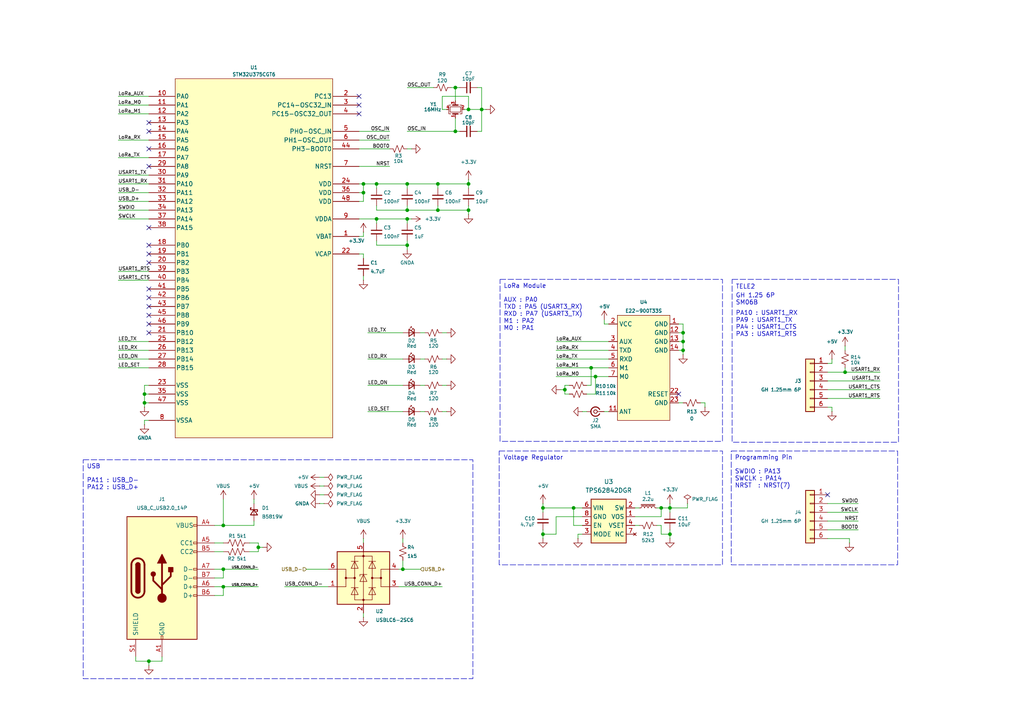
<source format=kicad_sch>
(kicad_sch (version 20250114) (generator "eeschema") (generator_version "9.0")
  (paper "A4")
  (title_block (title "LoRa TM (900MHz)") (date "2025-06-13") (rev "v1.0") (company "NARAE") (comment 1 "INHA Univ. Areo-modelling Club") (comment 2 "2025 UAV Project"))
  (lib_symbols
    (symbol "+5V_1" (power) (pin_numbers (hide yes)) (pin_names (offset 0) (hide yes))
      (property "Value" "+5V" (at 0 3.556 0))
      (symbol "+5V_1_1_1"
        (pin power_in line (at 0 0 90) (length 0) (name "~") (number "1"))
      )
    )
    (symbol "Connector:Conn_Coaxial_Small" (pin_numbers (hide yes)) (pin_names (offset 1.016) (hide yes))
      (property "Reference" "J" (at 0.254 3.048 0))
      (property "Value" "Conn_Coaxial_Small" (at 0 -3.81 0))
      (symbol "Conn_Coaxial_Small_1_1"
        (pin passive line (at -2.54 0 0) (length 1.27) (name "In") (number "1"))
        (pin passive line (at 2.54 0 180) (length 1.27) (name "Ext") (number "2"))
      )
    )
    (symbol "Connector:USB_C_Receptacle_USB2.0_14P" (pin_names (offset 1.016))
      (property "Reference" "J3" (at 0 22.86 0))
      (property "Value" "USB_C_USB2.0_14P" (at 0 20.32 0))
      (symbol "USB_C_Receptacle_USB2.0_14P_1_1"
        (pin power_in line (at -7.62 -22.86 90) (length 5.08) (name "SHIELD") (number "S1"))
        (pin power_in line (at 0 -22.86 90) (length 5.08) (name "GND") (number "A1"))
        (pin power_in line (at 0 -22.86 90) (length 5.08) (hide yes) (name "GND") (number "A12"))
        (pin power_in line (at 0 -22.86 90) (length 5.08) (hide yes) (name "GND") (number "B1"))
        (pin power_in line (at 0 -22.86 90) (length 5.08) (hide yes) (name "GND") (number "B12"))
        (pin passive line (at 15.24 15.24 180) (length 5.08) (name "VBUS") (number "A4"))
        (pin passive line (at 15.24 15.24 180) (length 5.08) (hide yes) (name "VBUS") (number "A9"))
        (pin passive line (at 15.24 15.24 180) (length 5.08) (hide yes) (name "VBUS") (number "B4"))
        (pin passive line (at 15.24 15.24 180) (length 5.08) (hide yes) (name "VBUS") (number "B9"))
        (pin bidirectional line (at 15.24 10.16 180) (length 5.08) (name "CC1") (number "A5"))
        (pin bidirectional line (at 15.24 7.62 180) (length 5.08) (name "CC2") (number "B5"))
        (pin bidirectional line (at 15.24 2.54 180) (length 5.08) (name "D-") (number "A7"))
        (pin bidirectional line (at 15.24 0 180) (length 5.08) (name "D-") (number "B7"))
        (pin bidirectional line (at 15.24 -2.54 180) (length 5.08) (name "D+") (number "A6"))
        (pin bidirectional line (at 15.24 -5.08 180) (length 5.08) (name "D+") (number "B6"))
      )
    )
    (symbol "Connector_Generic:Conn_01x06" (pin_names (offset 1.016) (hide yes))
      (property "Reference" "J" (at 0 7.62 0))
      (property "Value" "Conn_01x06" (at 0 -10.16 0))
      (symbol "Conn_01x06_1_1"
        (pin passive line (at -5.08 5.08 0) (length 3.81) (name "Pin_1") (number "1"))
        (pin passive line (at -5.08 2.54 0) (length 3.81) (name "Pin_2") (number "2"))
        (pin passive line (at -5.08 0 0) (length 3.81) (name "Pin_3") (number "3"))
        (pin passive line (at -5.08 -2.54 0) (length 3.81) (name "Pin_4") (number "4"))
        (pin passive line (at -5.08 -5.08 0) (length 3.81) (name "Pin_5") (number "5"))
        (pin passive line (at -5.08 -7.62 0) (length 3.81) (name "Pin_6") (number "6"))
      )
    )
    (symbol "Device:C_Small" (pin_numbers (hide yes)) (pin_names (offset 0.254) (hide yes))
      (property "Reference" "C" (at 0.254 1.778 0))
      (property "Value" "C_Small" (at 0.254 -2.032 0))
      (symbol "C_Small_1_1"
        (pin passive line (at 0 2.54 270) (length 2.032) (name "~") (number "1"))
        (pin passive line (at 0 -2.54 90) (length 2.032) (name "~") (number "2"))
      )
    )
    (symbol "Device:Crystal_GND24_Small" (pin_names (offset 1.016) (hide yes))
      (property "Reference" "Y" (at 1.27 4.445 0))
      (property "Value" "Crystal_GND24_Small" (at 1.27 2.54 0))
      (symbol "Crystal_GND24_Small_1_1"
        (pin passive line (at -2.54 0 0) (length 1.27) (name "1") (number "1"))
        (pin passive line (at 0 2.54 270) (length 0.635) (name "4") (number "4"))
        (pin passive line (at 0 -2.54 90) (length 0.635) (name "2") (number "2"))
        (pin passive line (at 2.54 0 180) (length 1.27) (name "3") (number "3"))
      )
    )
    (symbol "Device:D_Schottky_Small" (pin_numbers (hide yes)) (pin_names (offset 0.254) (hide yes))
      (property "Reference" "D" (at -1.27 2.032 0))
      (property "Value" "D_Schottky_Small" (at -7.112 -2.032 0))
      (symbol "D_Schottky_Small_1_1"
        (pin passive line (at -2.54 0 0) (length 1.778) (name "K") (number "1"))
        (pin passive line (at 2.54 0 180) (length 1.778) (name "A") (number "2"))
      )
    )
    (symbol "Device:LED_Small" (pin_numbers (hide yes)) (pin_names (offset 0.254) (hide yes))
      (property "Reference" "D" (at -1.27 3.175 0))
      (property "Value" "LED_Small" (at -4.445 -2.54 0))
      (symbol "LED_Small_1_1"
        (pin passive line (at -2.54 0 0) (length 1.778) (name "K") (number "1"))
        (pin passive line (at 2.54 0 180) (length 1.778) (name "A") (number "2"))
      )
    )
    (symbol "Device:L_Iron_Small" (pin_numbers (hide yes)) (pin_names (offset 0.254) (hide yes))
      (property "Reference" "L" (at 1.27 1.016 0))
      (property "Value" "L_Iron_Small" (at 1.27 -1.27 0))
      (symbol "L_Iron_Small_1_1"
        (pin passive line (at 0 2.54 270) (length 0.508) (name "~") (number "1"))
        (pin passive line (at 0 -2.54 90) (length 0.508) (name "~") (number "2"))
      )
    )
    (symbol "Device:R_Small_US" (pin_numbers (hide yes)) (pin_names (offset 0.254) (hide yes))
      (property "Reference" "R" (at 0.762 0.508 0))
      (property "Value" "R_Small_US" (at 0.762 -1.016 0))
      (symbol "R_Small_US_1_1"
        (pin passive line (at 0 2.54 270) (length 1.016) (name "~") (number "1"))
        (pin passive line (at 0 -2.54 90) (length 1.016) (name "~") (number "2"))
      )
    )
    (symbol "Device:R_US" (pin_numbers (hide yes)) (pin_names (offset 0))
      (property "Reference" "R" (at 2.54 0 90))
      (property "Value" "R_US" (at -2.54 0 90))
      (symbol "R_US_1_1"
        (pin passive line (at 0 3.81 270) (length 1.27) (name "~") (number "1"))
        (pin passive line (at 0 -3.81 90) (length 1.27) (name "~") (number "2"))
      )
    )
    (symbol "E32-XXXT33S:E22-900T33S"
      (property "Reference" "U" (at 0 18.542 0))
      (property "Value" "E22-900T33S" (at 0 16.51 0))
      (symbol "E22-900T33S_1_1"
        (pin power_in line (at -10.16 12.7 0) (length 2.54) (name "VCC") (number "2"))
        (pin bidirectional line (at -10.16 7.62 0) (length 2.54) (name "AUX") (number "3"))
        (pin bidirectional line (at -10.16 5.08 0) (length 2.54) (name "TXD") (number "4"))
        (pin bidirectional line (at -10.16 2.54 0) (length 2.54) (name "RXD") (number "5"))
        (pin bidirectional line (at -10.16 0 0) (length 2.54) (name "M1") (number "6"))
        (pin bidirectional line (at -10.16 -2.54 0) (length 2.54) (name "M0") (number "7"))
        (pin bidirectional line (at -10.16 -12.7 0) (length 2.54) (name "ANT") (number "11"))
        (pin power_in line (at 10.16 12.7 180) (length 2.54) (name "GND") (number "1"))
        (pin power_in line (at 10.16 10.16 180) (length 2.54) (name "GND") (number "12"))
        (pin power_in line (at 10.16 7.62 180) (length 2.54) (name "GND") (number "13"))
        (pin power_in line (at 10.16 5.08 180) (length 2.54) (name "GND") (number "14"))
        (pin no_connect line (at 10.16 2.54 180) (length 2.54) (hide yes) (name "NC") (number "18"))
        (pin no_connect line (at 10.16 0 180) (length 2.54) (hide yes) (name "NC") (number "19"))
        (pin no_connect line (at 10.16 -2.54 180) (length 2.54) (hide yes) (name "NC") (number "20"))
        (pin no_connect line (at 10.16 -5.08 180) (length 2.54) (hide yes) (name "NC") (number "21"))
        (pin bidirectional line (at 10.16 -7.62 180) (length 2.54) (name "RESET") (number "22"))
        (pin bidirectional line (at 10.16 -10.16 180) (length 2.54) (name "GND") (number "23"))
        (pin no_connect line (at 10.16 -12.7 180) (length 2.54) (hide yes) (name "NC") (number "24"))
      )
    )
    (symbol "GND_14" (power) (pin_numbers (hide yes)) (pin_names (offset 0) (hide yes))
      (property "Value" "GND" (at 0 -3.81 0))
      (symbol "GND_14_1_1"
        (pin power_in line (at 0 0 270) (length 0) (name "~") (number "1"))
      )
    )
    (symbol "GND_2" (power) (pin_numbers (hide yes)) (pin_names (offset 0) (hide yes))
      (property "Value" "GND" (at 0 -3.81 0))
      (symbol "GND_2_1_1"
        (pin power_in line (at 0 0 270) (length 0) (name "~") (number "1"))
      )
    )
    (symbol "GND_3" (power) (pin_numbers (hide yes)) (pin_names (offset 0) (hide yes))
      (property "Value" "GND" (at 0 -3.81 0))
      (symbol "GND_3_1_1"
        (pin power_in line (at 0 0 270) (length 0) (name "~") (number "1"))
      )
    )
    (symbol "GND_5" (power) (pin_numbers (hide yes)) (pin_names (offset 0) (hide yes))
      (property "Value" "GND" (at 0 -3.81 0))
      (symbol "GND_5_1_1"
        (pin power_in line (at 0 0 270) (length 0) (name "~") (number "1"))
      )
    )
    (symbol "Power_Protection:USBLC6-2SC6" (pin_names (hide yes))
      (property "Reference" "U" (at 2.54 8.89 0))
      (property "Value" "USBLC6-2SC6" (at 2.54 -8.89 0))
      (symbol "USBLC6-2SC6_1_1"
        (pin passive line (at -10.16 2.54 0) (length 2.54) (name "I/O1") (number "6"))
        (pin passive line (at -10.16 -2.54 0) (length 2.54) (name "I/O1") (number "1"))
        (pin passive line (at 0 10.16 270) (length 2.54) (name "VBUS") (number "5"))
        (pin passive line (at 0 -10.16 90) (length 2.54) (name "GND") (number "2"))
        (pin passive line (at 10.16 2.54 180) (length 2.54) (name "I/O2") (number "4"))
        (pin passive line (at 10.16 -2.54 180) (length 2.54) (name "I/O2") (number "3"))
      )
    )
    (symbol "STM32U375CGT6:STM32U375CGT6" (pin_names (offset 0.254))
      (property "Reference" "U" (at 0 55.88 0))
      (property "Value" "STM32U375CGT6" (at 0 53.34 0))
      (symbol "STM32U375CGT6_0_1"
        (pin bidirectional line (at -30.48 45.72 0) (length 7.62) (name "PA0") (number "10"))
        (pin bidirectional line (at -30.48 43.18 0) (length 7.62) (name "PA1") (number "11"))
        (pin bidirectional line (at -30.48 40.64 0) (length 7.62) (name "PA2") (number "12"))
        (pin bidirectional line (at -30.48 38.1 0) (length 7.62) (name "PA3") (number "13"))
        (pin bidirectional line (at -30.48 35.56 0) (length 7.62) (name "PA4") (number "14"))
        (pin bidirectional line (at -30.48 33.02 0) (length 7.62) (name "PA5") (number "15"))
        (pin bidirectional line (at -30.48 30.48 0) (length 7.62) (name "PA6") (number "16"))
        (pin bidirectional line (at -30.48 27.94 0) (length 7.62) (name "PA7") (number "17"))
        (pin bidirectional line (at -30.48 25.4 0) (length 7.62) (name "PA8") (number "29"))
        (pin bidirectional line (at -30.48 22.86 0) (length 7.62) (name "PA9") (number "30"))
        (pin bidirectional line (at -30.48 20.32 0) (length 7.62) (name "PA10") (number "31"))
        (pin bidirectional line (at -30.48 17.78 0) (length 7.62) (name "PA11") (number "32"))
        (pin bidirectional line (at -30.48 15.24 0) (length 7.62) (name "PA12") (number "33"))
        (pin bidirectional line (at -30.48 12.7 0) (length 7.62) (name "PA13") (number "34"))
        (pin bidirectional line (at -30.48 10.16 0) (length 7.62) (name "PA14") (number "37"))
        (pin bidirectional line (at -30.48 7.62 0) (length 7.62) (name "PA15") (number "38"))
        (pin bidirectional line (at -30.48 2.54 0) (length 7.62) (name "PB0") (number "18"))
        (pin bidirectional line (at -30.48 0 0) (length 7.62) (name "PB1") (number "19"))
        (pin bidirectional line (at -30.48 -2.54 0) (length 7.62) (name "PB2") (number "20"))
        (pin bidirectional line (at -30.48 -5.08 0) (length 7.62) (name "PB3") (number "39"))
        (pin bidirectional line (at -30.48 -7.62 0) (length 7.62) (name "PB4") (number "40"))
        (pin bidirectional line (at -30.48 -10.16 0) (length 7.62) (name "PB5") (number "41"))
        (pin bidirectional line (at -30.48 -12.7 0) (length 7.62) (name "PB6") (number "42"))
        (pin bidirectional line (at -30.48 -15.24 0) (length 7.62) (name "PB7") (number "43"))
        (pin bidirectional line (at -30.48 -17.78 0) (length 7.62) (name "PB8") (number "45"))
        (pin bidirectional line (at -30.48 -20.32 0) (length 7.62) (name "PB9") (number "46"))
        (pin bidirectional line (at -30.48 -22.86 0) (length 7.62) (name "PB10") (number "21"))
        (pin bidirectional line (at -30.48 -25.4 0) (length 7.62) (name "PB12") (number "25"))
        (pin bidirectional line (at -30.48 -27.94 0) (length 7.62) (name "PB13") (number "26"))
        (pin bidirectional line (at -30.48 -30.48 0) (length 7.62) (name "PB14") (number "27"))
        (pin bidirectional line (at -30.48 -33.02 0) (length 7.62) (name "PB15") (number "28"))
        (pin power_in line (at -30.48 -38.1 0) (length 7.62) (name "VSS") (number "23"))
        (pin power_in line (at -30.48 -40.64 0) (length 7.62) (name "VSS") (number "35"))
        (pin power_in line (at -30.48 -43.18 0) (length 7.62) (name "VSS") (number "47"))
        (pin power_in line (at -30.48 -48.26 0) (length 7.62) (name "VSSA") (number "8"))
        (pin bidirectional line (at 30.48 45.72 180) (length 7.62) (name "PC13") (number "2"))
        (pin bidirectional line (at 30.48 43.18 180) (length 7.62) (name "PC14-OSC32_IN") (number "3"))
        (pin bidirectional line (at 30.48 40.64 180) (length 7.62) (name "PC15-OSC32_OUT") (number "4"))
        (pin bidirectional line (at 30.48 35.56 180) (length 7.62) (name "PH0-OSC_IN") (number "5"))
        (pin bidirectional line (at 30.48 33.02 180) (length 7.62) (name "PH1-OSC_OUT") (number "6"))
        (pin bidirectional line (at 30.48 30.48 180) (length 7.62) (name "PH3-BOOT0") (number "44"))
        (pin bidirectional line (at 30.48 25.4 180) (length 7.62) (name "NRST") (number "7"))
        (pin power_in line (at 30.48 20.32 180) (length 7.62) (name "VDD") (number "24"))
        (pin power_in line (at 30.48 17.78 180) (length 7.62) (name "VDD") (number "36"))
        (pin power_in line (at 30.48 15.24 180) (length 7.62) (name "VDD") (number "48"))
        (pin power_in line (at 30.48 10.16 180) (length 7.62) (name "VDDA") (number "9"))
        (pin power_in line (at 30.48 5.08 180) (length 7.62) (name "VBAT") (number "1"))
      )
      (symbol "STM32U375CGT6_1_1"
        (pin bidirectional line (at 30.48 0 180) (length 7.62) (name "VCAP") (number "22"))
      )
    )
    (symbol "TPS62840:TPS62842DGR"
      (property "Reference" "U" (at 0 9.652 0))
      (property "Value" "TPS62842DGR" (at 0.254 7.62 0))
      (symbol "TPS62842DGR_1_1"
        (pin power_in line (at -7.62 3.81 0) (length 2.54) (name "VIN") (number "6"))
        (pin power_in line (at -7.62 1.27 0) (length 2.54) (name "GND") (number "8"))
        (pin input line (at -7.62 -1.27 0) (length 2.54) (name "EN") (number "5"))
        (pin input line (at -7.62 -3.81 0) (length 2.54) (name "MODE") (number "3"))
        (pin open_collector line (at 7.62 3.81 180) (length 2.54) (name "SW") (number "2"))
        (pin input line (at 7.62 1.27 180) (length 2.54) (name "VOS") (number "1"))
        (pin input line (at 7.62 -1.27 180) (length 2.54) (name "VSET") (number "4"))
        (pin no_connect line (at 7.62 -3.81 180) (length 2.54) (name "NC") (number "7"))
      )
    )
    (symbol "VBUS_1" (power) (pin_numbers (hide yes)) (pin_names (offset 0) (hide yes))
      (property "Value" "VBUS" (at 0 3.556 0))
      (symbol "VBUS_1_1_1"
        (pin power_in line (at 0 0 90) (length 0) (name "~") (number "1"))
      )
    )
    (symbol "power:+3.3V" (power) (pin_numbers (hide yes)) (pin_names (offset 0) (hide yes))
      (property "Value" "+3.3V" (at 0 3.556 0))
      (symbol "+3.3V_1_1"
        (pin power_in line (at 0 0 90) (length 0) (name "~") (number "1"))
      )
    )
    (symbol "power:+5V" (power) (pin_numbers (hide yes)) (pin_names (offset 0) (hide yes))
      (property "Value" "+5V" (at 0 3.556 0))
      (symbol "+5V_1_1"
        (pin power_in line (at 0 0 90) (length 0) (name "~") (number "1"))
      )
    )
    (symbol "power:GND" (power) (pin_numbers (hide yes)) (pin_names (offset 0) (hide yes))
      (property "Value" "GND" (at 0 -3.81 0))
      (symbol "GND_1_1"
        (pin power_in line (at 0 0 270) (length 0) (name "~") (number "1"))
      )
    )
    (symbol "power:GNDA" (power) (pin_numbers (hide yes)) (pin_names (offset 0) (hide yes))
      (property "Value" "GNDA" (at 0 -3.81 0))
      (symbol "GNDA_1_1"
        (pin power_in line (at 0 0 270) (length 0) (name "~") (number "1"))
      )
    )
    (symbol "power:PWR_FLAG" (power) (pin_numbers (hide yes)) (pin_names (offset 0) (hide yes))
      (property "Value" "PWR_FLAG" (at 0 3.81 0))
      (symbol "PWR_FLAG_0_0"
        (pin power_out line (at 0 0 90) (length 0) (name "~") (number "1"))
      )
    )
    (symbol "power:VBUS" (power) (pin_numbers (hide yes)) (pin_names (offset 0) (hide yes))
      (property "Value" "VBUS" (at 0 3.556 0))
      (symbol "VBUS_1_1"
        (pin power_in line (at 0 0 90) (length 0) (name "~") (number "1"))
      )
    )
  )
  (rectangle (start 144.78 130.81) (end 209.55 163.83) (stroke (width 0) (type dash)))
  (rectangle (start 145.034 81.026) (end 209.55 128.016) (stroke (width 0) (type dash)))
  (rectangle (start 24.13 133.35) (end 137.16 196.85) (stroke (width 0) (type dash)))
  (rectangle (start 212.09 130.81) (end 260.35 163.83) (stroke (width 0) (type dash)))
  (rectangle (start 212.344 81.026) (end 260.604 128.27) (stroke (width 0) (type dash)))
  (text "TELE2" (at 213.36 82.55 0) (effects (font (size 1.27 1.27)) (justify left top)))
  (text "SWDIO : PA13\nSWCLK : PA14\nNRST  : NRST(7)" (at 213.106 136.144 0) (effects (font (size 1.27 1.27)) (justify left top)))
  (text "AUX : PA0\nTXD : PA5 (USART3_RX)\nRXD : PA7 (USART3_TX)\nM1 : PA2\nM0 : PA1" (at 146.05 86.36 0) (effects (font (size 1.27 1.27)) (justify left top)))
  (text "PA11 : USB_D-\nPA12 : USB_D+" (at 25.146 138.684 0) (effects (font (size 1.27 1.27)) (justify left top)))
  (text "Voltage Regulator" (at 146.05 133.604 0) (effects (font (size 1.27 1.27)) (justify left bottom)))
  (text "GH 1.25 6P\nSM06B" (at 213.36 85.09 0) (effects (font (size 1.27 1.27)) (justify left top)))
  (text "USB" (at 25.146 136.144 0) (effects (font (size 1.27 1.27)) (justify left bottom)))
  (text "PA10 : USART1_RX\nPA9 : USART1_TX\nPA4 : USART1_CTS\nPA3 : USART1_RTS" (at 213.36 90.17 0) (effects (font (size 1.27 1.27)) (justify left top)))
  (text "LoRa Module" (at 146.05 83.82 0) (effects (font (size 1.27 1.27)) (justify left bottom)))
  (text "Programming Pin" (at 213.106 133.604 0) (effects (font (size 1.27 1.27)) (justify left bottom)))
  (junction (at 132.08 25.4))
  (junction (at 172.72 109.22))
  (junction (at 198.12 99.06))
  (junction (at 139.7 31.75))
  (junction (at 74.93 158.75))
  (junction (at 132.08 38.1))
  (junction (at 41.91 116.84))
  (junction (at 109.22 53.34))
  (junction (at 245.11 107.95))
  (junction (at 64.77 170.18))
  (junction (at 105.41 53.34))
  (junction (at 135.89 60.96))
  (junction (at 198.12 96.52))
  (junction (at 118.11 60.96))
  (junction (at 163.83 113.03))
  (junction (at 127 60.96))
  (junction (at 116.84 165.1))
  (junction (at 171.45 106.68))
  (junction (at 41.91 114.3))
  (junction (at 135.89 31.75))
  (junction (at 109.22 63.5))
  (junction (at 105.41 55.88))
  (junction (at 157.48 154.94))
  (junction (at 127 53.34))
  (junction (at 191.77 147.32))
  (junction (at 198.12 101.6))
  (junction (at 135.89 53.34))
  (junction (at 43.18 191.77))
  (junction (at 157.48 147.32))
  (junction (at 118.11 71.12))
  (junction (at 64.77 165.1))
  (junction (at 194.31 154.94))
  (junction (at 64.77 152.4))
  (junction (at 166.37 147.32))
  (junction (at 194.31 147.32))
  (junction (at 118.11 53.34))
  (junction (at 118.11 63.5))
  (no_connect (at 104.14 30.48))
  (no_connect (at 43.18 35.56))
  (no_connect (at 43.18 88.9))
  (no_connect (at 43.18 93.98))
  (no_connect (at 43.18 96.52))
  (no_connect (at 43.18 48.26))
  (no_connect (at 43.18 43.18))
  (no_connect (at 43.18 76.2))
  (no_connect (at 104.14 27.94))
  (no_connect (at 196.85 114.3))
  (no_connect (at 43.18 38.1))
  (no_connect (at 43.18 86.36))
  (no_connect (at 43.18 73.66))
  (no_connect (at 43.18 71.12))
  (no_connect (at 104.14 33.02))
  (no_connect (at 43.18 91.44))
  (no_connect (at 240.03 143.51))
  (no_connect (at 43.18 66.04))
  (no_connect (at 43.18 83.82))
  (wire (pts (xy 184.15 149.86) (xy 191.77 149.86)))
  (wire (pts (xy 168.91 119.38) (xy 170.18 119.38)))
  (wire (pts (xy 198.12 101.6) (xy 198.12 102.87)))
  (wire (pts (xy 191.77 149.86) (xy 191.77 147.32)))
  (wire (pts (xy 196.85 93.98) (xy 198.12 93.98)))
  (wire (pts (xy 132.08 25.4) (xy 133.35 25.4)))
  (wire (pts (xy 245.11 107.95) (xy 240.03 107.95)))
  (wire (pts (xy 190.5 147.32) (xy 191.77 147.32)))
  (wire (pts (xy 43.18 121.92) (xy 41.91 121.92)))
  (wire (pts (xy 105.41 80.01) (xy 105.41 81.28)))
  (wire (pts (xy 62.23 172.72) (xy 64.77 172.72)))
  (wire (pts (xy 157.48 147.32) (xy 157.48 148.59)))
  (wire (pts (xy 157.48 147.32) (xy 166.37 147.32)))
  (wire (pts (xy 240.03 113.03) (xy 255.27 113.03)))
  (wire (pts (xy 43.18 53.34) (xy 34.29 53.34)))
  (wire (pts (xy 92.71 140.97) (xy 93.98 140.97)))
  (wire (pts (xy 132.08 38.1) (xy 132.08 34.29)))
  (wire (pts (xy 72.39 160.02) (xy 74.93 160.02)))
  (wire (pts (xy 41.91 116.84) (xy 41.91 118.11)))
  (wire (pts (xy 128.27 27.94) (xy 135.89 27.94)))
  (wire (pts (xy 116.84 165.1) (xy 115.57 165.1)))
  (wire (pts (xy 167.64 154.94) (xy 168.91 154.94)))
  (wire (pts (xy 82.55 170.18) (xy 95.25 170.18)))
  (wire (pts (xy 240.03 115.57) (xy 255.27 115.57)))
  (wire (pts (xy 109.22 63.5) (xy 109.22 64.77)))
  (wire (pts (xy 62.23 170.18) (xy 64.77 170.18)))
  (wire (pts (xy 138.43 38.1) (xy 139.7 38.1)))
  (wire (pts (xy 127 60.96) (xy 118.11 60.96)))
  (wire (pts (xy 163.83 114.3) (xy 165.1 114.3)))
  (wire (pts (xy 194.31 147.32) (xy 199.39 147.32)))
  (wire (pts (xy 204.47 118.11) (xy 204.47 116.84)))
  (wire (pts (xy 196.85 96.52) (xy 198.12 96.52)))
  (wire (pts (xy 163.83 113.03) (xy 163.83 114.3)))
  (wire (pts (xy 138.43 25.4) (xy 139.7 25.4)))
  (wire (pts (xy 172.72 114.3) (xy 172.72 109.22)))
  (wire (pts (xy 161.29 154.94) (xy 161.29 149.86)))
  (wire (pts (xy 43.18 55.88) (xy 34.29 55.88)))
  (wire (pts (xy 106.68 111.76) (xy 116.84 111.76)))
  (wire (pts (xy 46.99 190.5) (xy 46.99 191.77)))
  (wire (pts (xy 43.18 78.74) (xy 34.29 78.74)))
  (wire (pts (xy 245.11 107.95) (xy 255.27 107.95)))
  (wire (pts (xy 184.15 152.4) (xy 185.42 152.4)))
  (wire (pts (xy 118.11 60.96) (xy 109.22 60.96)))
  (wire (pts (xy 246.38 156.21) (xy 246.38 157.48)))
  (wire (pts (xy 194.31 147.32) (xy 194.31 148.59)))
  (wire (pts (xy 43.18 104.14) (xy 34.29 104.14)))
  (wire (pts (xy 245.11 100.33) (xy 245.11 101.6)))
  (wire (pts (xy 116.84 165.1) (xy 121.92 165.1)))
  (wire (pts (xy 116.84 162.56) (xy 116.84 165.1)))
  (wire (pts (xy 135.89 54.61) (xy 135.89 53.34)))
  (wire (pts (xy 118.11 63.5) (xy 118.11 64.77)))
  (wire (pts (xy 196.85 101.6) (xy 198.12 101.6)))
  (wire (pts (xy 118.11 69.85) (xy 118.11 71.12)))
  (wire (pts (xy 64.77 165.1) (xy 74.93 165.1)))
  (wire (pts (xy 191.77 147.32) (xy 194.31 147.32)))
  (wire (pts (xy 199.39 146.05) (xy 199.39 147.32)))
  (wire (pts (xy 62.23 157.48) (xy 64.77 157.48)))
  (wire (pts (xy 62.23 165.1) (xy 64.77 165.1)))
  (wire (pts (xy 105.41 67.31) (xy 105.41 68.58)))
  (wire (pts (xy 92.71 146.05) (xy 93.98 146.05)))
  (wire (pts (xy 43.18 58.42) (xy 34.29 58.42)))
  (wire (pts (xy 41.91 114.3) (xy 43.18 114.3)))
  (wire (pts (xy 248.92 148.59) (xy 240.03 148.59)))
  (wire (pts (xy 72.39 157.48) (xy 74.93 157.48)))
  (wire (pts (xy 194.31 146.05) (xy 194.31 147.32)))
  (wire (pts (xy 245.11 106.68) (xy 245.11 107.95)))
  (wire (pts (xy 190.5 152.4) (xy 191.77 152.4)))
  (wire (pts (xy 198.12 96.52) (xy 198.12 93.98)))
  (wire (pts (xy 92.71 143.51) (xy 93.98 143.51)))
  (wire (pts (xy 128.27 96.52) (xy 129.54 96.52)))
  (wire (pts (xy 198.12 101.6) (xy 198.12 99.06)))
  (wire (pts (xy 175.26 119.38) (xy 176.53 119.38)))
  (wire (pts (xy 73.66 151.13) (xy 73.66 152.4)))
  (wire (pts (xy 118.11 63.5) (xy 119.38 63.5)))
  (wire (pts (xy 161.29 104.14) (xy 176.53 104.14)))
  (wire (pts (xy 109.22 71.12) (xy 118.11 71.12)))
  (wire (pts (xy 248.92 151.13) (xy 240.03 151.13)))
  (wire (pts (xy 240.03 105.41) (xy 241.3 105.41)))
  (wire (pts (xy 73.66 144.78) (xy 73.66 146.05)))
  (wire (pts (xy 43.18 191.77) (xy 46.99 191.77)))
  (wire (pts (xy 128.27 119.38) (xy 129.54 119.38)))
  (wire (pts (xy 161.29 101.6) (xy 176.53 101.6)))
  (wire (pts (xy 88.9 165.1) (xy 95.25 165.1)))
  (wire (pts (xy 43.18 106.68) (xy 34.29 106.68)))
  (wire (pts (xy 116.84 156.21) (xy 116.84 157.48)))
  (wire (pts (xy 41.91 121.92) (xy 41.91 123.19)))
  (wire (pts (xy 157.48 154.94) (xy 157.48 156.21)))
  (wire (pts (xy 175.26 93.98) (xy 176.53 93.98)))
  (wire (pts (xy 139.7 31.75) (xy 140.97 31.75)))
  (wire (pts (xy 118.11 59.69) (xy 118.11 60.96)))
  (wire (pts (xy 198.12 99.06) (xy 198.12 96.52)))
  (wire (pts (xy 161.29 99.06) (xy 176.53 99.06)))
  (wire (pts (xy 135.89 60.96) (xy 127 60.96)))
  (wire (pts (xy 130.81 25.4) (xy 132.08 25.4)))
  (wire (pts (xy 118.11 43.18) (xy 119.38 43.18)))
  (wire (pts (xy 104.14 68.58) (xy 105.41 68.58)))
  (wire (pts (xy 175.26 92.71) (xy 175.26 93.98)))
  (wire (pts (xy 64.77 165.1) (xy 64.77 167.64)))
  (wire (pts (xy 241.3 104.14) (xy 241.3 105.41)))
  (wire (pts (xy 118.11 53.34) (xy 118.11 54.61)))
  (wire (pts (xy 92.71 138.43) (xy 93.98 138.43)))
  (wire (pts (xy 105.41 55.88) (xy 105.41 53.34)))
  (wire (pts (xy 128.27 170.18) (xy 115.57 170.18)))
  (wire (pts (xy 64.77 144.78) (xy 64.77 152.4)))
  (wire (pts (xy 162.56 113.03) (xy 163.83 113.03)))
  (wire (pts (xy 121.92 111.76) (xy 123.19 111.76)))
  (wire (pts (xy 41.91 114.3) (xy 41.91 116.84)))
  (wire (pts (xy 166.37 147.32) (xy 168.91 147.32)))
  (wire (pts (xy 128.27 104.14) (xy 129.54 104.14)))
  (wire (pts (xy 161.29 149.86) (xy 168.91 149.86)))
  (wire (pts (xy 161.29 109.22) (xy 172.72 109.22)))
  (wire (pts (xy 157.48 154.94) (xy 161.29 154.94)))
  (wire (pts (xy 43.18 50.8) (xy 34.29 50.8)))
  (wire (pts (xy 118.11 71.12) (xy 118.11 72.39)))
  (wire (pts (xy 109.22 53.34) (xy 118.11 53.34)))
  (wire (pts (xy 134.62 31.75) (xy 135.89 31.75)))
  (wire (pts (xy 43.18 40.64) (xy 34.29 40.64)))
  (wire (pts (xy 127 53.34) (xy 127 54.61)))
  (wire (pts (xy 74.93 157.48) (xy 74.93 158.75)))
  (wire (pts (xy 62.23 167.64) (xy 64.77 167.64)))
  (wire (pts (xy 240.03 156.21) (xy 246.38 156.21)))
  (wire (pts (xy 139.7 38.1) (xy 139.7 31.75)))
  (wire (pts (xy 43.18 63.5) (xy 34.29 63.5)))
  (wire (pts (xy 194.31 153.67) (xy 194.31 154.94)))
  (wire (pts (xy 135.89 52.07) (xy 135.89 53.34)))
  (wire (pts (xy 118.11 53.34) (xy 127 53.34)))
  (wire (pts (xy 135.89 59.69) (xy 135.89 60.96)))
  (wire (pts (xy 104.14 55.88) (xy 105.41 55.88)))
  (wire (pts (xy 240.03 153.67) (xy 248.92 153.67)))
  (wire (pts (xy 170.18 111.76) (xy 171.45 111.76)))
  (wire (pts (xy 43.18 81.28) (xy 34.29 81.28)))
  (wire (pts (xy 43.18 111.76) (xy 41.91 111.76)))
  (wire (pts (xy 43.18 30.48) (xy 34.29 30.48)))
  (wire (pts (xy 39.37 190.5) (xy 39.37 191.77)))
  (wire (pts (xy 121.92 104.14) (xy 123.19 104.14)))
  (wire (pts (xy 194.31 154.94) (xy 194.31 156.21)))
  (wire (pts (xy 104.14 48.26) (xy 113.03 48.26)))
  (wire (pts (xy 171.45 106.68) (xy 176.53 106.68)))
  (wire (pts (xy 106.68 96.52) (xy 116.84 96.52)))
  (wire (pts (xy 135.89 60.96) (xy 135.89 62.23)))
  (wire (pts (xy 168.91 152.4) (xy 166.37 152.4)))
  (wire (pts (xy 43.18 60.96) (xy 34.29 60.96)))
  (wire (pts (xy 74.93 158.75) (xy 76.2 158.75)))
  (wire (pts (xy 118.11 38.1) (xy 132.08 38.1)))
  (wire (pts (xy 139.7 31.75) (xy 139.7 25.4)))
  (wire (pts (xy 104.14 53.34) (xy 105.41 53.34)))
  (wire (pts (xy 104.14 40.64) (xy 113.03 40.64)))
  (wire (pts (xy 240.03 118.11) (xy 241.3 118.11)))
  (wire (pts (xy 74.93 158.75) (xy 74.93 160.02)))
  (wire (pts (xy 41.91 116.84) (xy 43.18 116.84)))
  (wire (pts (xy 167.64 156.21) (xy 167.64 154.94)))
  (wire (pts (xy 104.14 73.66) (xy 105.41 73.66)))
  (wire (pts (xy 191.77 152.4) (xy 191.77 154.94)))
  (wire (pts (xy 62.23 152.4) (xy 64.77 152.4)))
  (wire (pts (xy 43.18 101.6) (xy 34.29 101.6)))
  (wire (pts (xy 62.23 160.02) (xy 64.77 160.02)))
  (wire (pts (xy 196.85 116.84) (xy 198.12 116.84)))
  (wire (pts (xy 41.91 111.76) (xy 41.91 114.3)))
  (wire (pts (xy 196.85 99.06) (xy 198.12 99.06)))
  (wire (pts (xy 127 59.69) (xy 127 60.96)))
  (wire (pts (xy 105.41 74.93) (xy 105.41 73.66)))
  (wire (pts (xy 64.77 170.18) (xy 74.93 170.18)))
  (wire (pts (xy 121.92 119.38) (xy 123.19 119.38)))
  (wire (pts (xy 184.15 147.32) (xy 185.42 147.32)))
  (wire (pts (xy 105.41 58.42) (xy 105.41 55.88)))
  (wire (pts (xy 132.08 38.1) (xy 133.35 38.1)))
  (wire (pts (xy 109.22 60.96) (xy 109.22 59.69)))
  (wire (pts (xy 39.37 191.77) (xy 43.18 191.77)))
  (wire (pts (xy 105.41 177.8) (xy 105.41 179.07)))
  (wire (pts (xy 171.45 111.76) (xy 171.45 106.68)))
  (wire (pts (xy 105.41 156.21) (xy 105.41 157.48)))
  (wire (pts (xy 166.37 147.32) (xy 166.37 152.4)))
  (wire (pts (xy 128.27 111.76) (xy 129.54 111.76)))
  (wire (pts (xy 157.48 153.67) (xy 157.48 154.94)))
  (wire (pts (xy 191.77 154.94) (xy 194.31 154.94)))
  (wire (pts (xy 118.11 25.4) (xy 125.73 25.4)))
  (wire (pts (xy 104.14 43.18) (xy 113.03 43.18)))
  (wire (pts (xy 104.14 58.42) (xy 105.41 58.42)))
  (wire (pts (xy 43.18 99.06) (xy 34.29 99.06)))
  (wire (pts (xy 121.92 96.52) (xy 123.19 96.52)))
  (wire (pts (xy 106.68 119.38) (xy 116.84 119.38)))
  (wire (pts (xy 128.27 31.75) (xy 129.54 31.75)))
  (wire (pts (xy 203.2 116.84) (xy 204.47 116.84)))
  (wire (pts (xy 127 53.34) (xy 135.89 53.34)))
  (wire (pts (xy 64.77 170.18) (xy 64.77 172.72)))
  (wire (pts (xy 157.48 146.05) (xy 157.48 147.32)))
  (wire (pts (xy 43.18 45.72) (xy 34.29 45.72)))
  (wire (pts (xy 104.14 38.1) (xy 113.03 38.1)))
  (wire (pts (xy 135.89 31.75) (xy 139.7 31.75)))
  (wire (pts (xy 135.89 27.94) (xy 135.89 31.75)))
  (wire (pts (xy 106.68 104.14) (xy 116.84 104.14)))
  (wire (pts (xy 163.83 111.76) (xy 163.83 113.03)))
  (wire (pts (xy 109.22 69.85) (xy 109.22 71.12)))
  (wire (pts (xy 109.22 63.5) (xy 118.11 63.5)))
  (wire (pts (xy 165.1 111.76) (xy 163.83 111.76)))
  (wire (pts (xy 241.3 118.11) (xy 241.3 119.38)))
  (wire (pts (xy 170.18 114.3) (xy 172.72 114.3)))
  (wire (pts (xy 43.18 33.02) (xy 34.29 33.02)))
  (wire (pts (xy 43.18 191.77) (xy 43.18 193.04)))
  (wire (pts (xy 172.72 109.22) (xy 176.53 109.22)))
  (wire (pts (xy 240.03 110.49) (xy 255.27 110.49)))
  (wire (pts (xy 104.14 63.5) (xy 109.22 63.5)))
  (wire (pts (xy 105.41 53.34) (xy 109.22 53.34)))
  (wire (pts (xy 248.92 146.05) (xy 240.03 146.05)))
  (wire (pts (xy 132.08 29.21) (xy 132.08 25.4)))
  (wire (pts (xy 128.27 31.75) (xy 128.27 27.94)))
  (wire (pts (xy 64.77 152.4) (xy 73.66 152.4)))
  (wire (pts (xy 109.22 53.34) (xy 109.22 54.61)))
  (wire (pts (xy 161.29 106.68) (xy 171.45 106.68)))
  (wire (pts (xy 43.18 27.94) (xy 34.29 27.94)))
  (label "BOOT0" (at 248.92 153.67 180) (effects (font (size 1 1))))
  (label "OSC_IN" (at 113.03 38.1 180) (effects (font (size 1 1))))
  (label "USB_CONN_D+" (at 128.27 170.18 180) (effects (font (size 1 1))))
  (label "USART1_RX" (at 34.29 53.34 0) (effects (font (size 1 1))))
  (label "LED_RX" (at 106.68 104.14 0) (effects (font (size 1 1))))
  (label "USART1_RX" (at 255.27 107.95 180) (effects (font (size 1 1))))
  (label "USART1_CTS" (at 255.27 113.03 180) (effects (font (size 1 1))))
  (label "USB_CONN_D-" (at 74.93 165.1 180) (effects (font (size 0.7 0.7))))
  (label "BOOT0" (at 113.03 43.18 180) (effects (font (size 1 1))))
  (label "SWDIO" (at 248.92 146.05 180) (effects (font (size 1 1))))
  (label "USB_CONN_D+" (at 74.93 170.18 180) (effects (font (size 0.7 0.7))))
  (label "USART1_TX" (at 34.29 50.8 0) (effects (font (size 1 1))))
  (label "LoRa_M1" (at 161.29 106.68 0) (effects (font (size 1 1))))
  (label "LoRa_RX" (at 34.29 40.64 0) (effects (font (size 1 1))))
  (label "USB_CONN_D-" (at 82.55 170.18 0) (effects (font (size 1 1))))
  (label "OSC_IN" (at 118.11 38.1 0) (effects (font (size 1 1))))
  (label "LoRa_AUX" (at 161.29 99.06 0) (effects (font (size 1 1))))
  (label "OSC_OUT" (at 113.03 40.64 180) (effects (font (size 1 1))))
  (label "LED_RX" (at 34.29 101.6 0) (effects (font (size 1 1))))
  (label "LoRa_RX" (at 161.29 101.6 0) (effects (font (size 1 1))))
  (label "NRST" (at 248.92 151.13 180) (effects (font (size 1 1))))
  (label "USART1_CTS" (at 34.29 81.28 0) (effects (font (size 1 1))))
  (label "SWCLK" (at 34.29 63.5 0) (effects (font (size 1 1))))
  (label "OSC_OUT" (at 118.11 25.4 0) (effects (font (size 1 1))))
  (label "LED_TX" (at 34.29 99.06 0) (effects (font (size 1 1))))
  (label "LoRa_M0" (at 34.29 30.48 0) (effects (font (size 1 1))))
  (label "SWDIO" (at 34.29 60.96 0) (effects (font (size 1 1))))
  (label "LoRa_TX" (at 161.29 104.14 0) (effects (font (size 1 1))))
  (label "USB_D+" (at 34.29 58.42 0) (effects (font (size 1 1))))
  (label "USB_D-" (at 34.29 55.88 0) (effects (font (size 1 1))))
  (label "SWCLK" (at 248.92 148.59 180) (effects (font (size 1 1))))
  (label "USART1_RTS" (at 34.29 78.74 0) (effects (font (size 1 1))))
  (label "NRST" (at 113.03 48.26 180) (effects (font (size 1 1))))
  (label "LED_ON" (at 106.68 111.76 0) (effects (font (size 1 1))))
  (label "LoRa_TX" (at 34.29 45.72 0) (effects (font (size 1 1))))
  (label "USART1_TX" (at 255.27 110.49 180) (effects (font (size 1 1))))
  (label "LED_SET" (at 34.29 106.68 0) (effects (font (size 1 1))))
  (label "LED_ON" (at 34.29 104.14 0) (effects (font (size 1 1))))
  (label "LED_SET" (at 106.68 119.38 0) (effects (font (size 1 1))))
  (label "LoRa_M1" (at 34.29 33.02 0) (effects (font (size 1 1))))
  (label "USART1_RTS" (at 255.27 115.57 180) (effects (font (size 1 1))))
  (label "LoRa_AUX" (at 34.29 27.94 0) (effects (font (size 1 1))))
  (label "LED_TX" (at 106.68 96.52 0) (effects (font (size 1 1))))
  (label "LoRa_M0" (at 161.29 109.22 0) (effects (font (size 1 1))))
  (hierarchical_label "USB_D+" (shape input) (at 121.92 165.1 0) (effects (font (size 1 1))))
  (hierarchical_label "USB_D-" (shape input) (at 88.9 165.1 180) (effects (font (size 1 1))))
  (symbol (lib_id "power:+3.3V") (at 194.31 146.05 0) (unit 1)
    (property "Reference" "#PWR032" (effects (hide yes)))
    (property "Value" "+3.3V" (at 194.31 141.986 0) (effects (font (size 1 1))))
    (property "Description" "Power symbol creates a global label with name \"+3.3V\"" (effects (hide yes)))
  )
  (symbol (lib_id "power:PWR_FLAG") (at 93.98 146.05 270) (unit 1)
    (property "Reference" "#FLG04" (effects (hide yes)))
    (property "Value" "PWR_FLAG" (at 101.346 146.05 90) (effects (font (size 1 1))))
    (property "Description" "Special symbol for telling ERC where power comes from" (effects (hide yes)))
  )
  (symbol (lib_id "power:GND") (at 198.12 102.87 0) (mirror y) (unit 1)
    (property "Reference" "#PWR034" (effects (hide yes)))
    (property "Value" "GND" (effects (hide yes)))
    (property "Description" "Power symbol creates a global label with name \"GND\" , ground" (effects (hide yes)))
  )
  (symbol (lib_id "Device:C_Small") (at 135.89 57.15 0) (unit 1)
    (property "Reference" "C9" (at 137.922 55.88 0) (effects (font (size 1 1)) (justify left)))
    (property "Value" "10uF" (at 137.922 58.42 0) (effects (font (size 1 1)) (justify left)))
    (property "Footprint" "Capacitor_SMD:C_0603_1608Metric" (effects (hide yes)))
    (property "LCSC" "C1525" (effects (hide yes)))
  )
  (symbol (lib_id "power:GND") (at 140.97 31.75 90) (unit 1)
    (property "Reference" "#PWR025" (effects (hide yes)))
    (property "Value" "GND" (effects (hide yes)))
    (property "Description" "Power symbol creates a global label with name \"GND\" , ground" (effects (hide yes)))
  )
  (symbol (lib_id "Device:C_Small") (at 118.11 67.31 0) (unit 1)
    (property "Reference" "C5" (at 120.142 66.04 0) (effects (font (size 1 1)) (justify left)))
    (property "Value" "1uF" (at 120.142 68.58 0) (effects (font (size 1 1)) (justify left)))
    (property "Footprint" "Capacitor_SMD:C_0603_1608Metric" (effects (hide yes)))
    (property "LCSC" "C1525" (effects (hide yes)))
  )
  (symbol (lib_id "power:GNDA") (at 92.71 146.05 270) (unit 1)
    (property "Reference" "#PWR010" (effects (hide yes)))
    (property "Value" "GNDA" (at 87.63 146.05 90) (effects (font (size 1 1))))
    (property "Description" "Power symbol creates a global label with name \"GNDA\" , analog ground" (effects (hide yes)))
  )
  (symbol (lib_id "power:+3.3V") (at 116.84 156.21 0) (unit 1)
    (property "Reference" "#PWR015" (effects (hide yes)))
    (property "Value" "+3.3V" (at 116.84 151.13 0) (effects (font (size 1 1))))
    (property "Description" "Power symbol creates a global label with name \"+3.3V\"" (effects (hide yes)))
  )
  (symbol (lib_name "GND_5") (lib_id "power:GND") (at 129.54 96.52 90) (mirror x) (unit 1)
    (property "Reference" "#PWR019" (effects (hide yes)))
    (property "Value" "GND" (effects (hide yes)))
    (property "Description" "Power symbol creates a global label with name \"GND\" , ground" (effects (hide yes)))
  )
  (symbol (lib_id "power:+3.3V") (at 105.41 67.31 0) (mirror y) (unit 1)
    (property "Reference" "#PWR011" (effects (hide yes)))
    (property "Value" "+3.3V" (at 103.378 69.85 0) (effects (font (size 1 1))))
    (property "Description" "Power symbol creates a global label with name \"+3.3V\"" (effects (hide yes)))
  )
  (symbol (lib_id "Device:R_Small_US") (at 200.66 116.84 270) (mirror x) (unit 1)
    (property "Reference" "R13" (at 200.66 119.38 90) (effects (font (size 1 1))))
    (property "Value" "0" (at 200.66 121.412 90) (effects (font (size 1 1))))
    (property "Footprint" "Resistor_SMD:R_0603_1608Metric" (effects (hide yes)))
    (property "Description" "Resistor, small US symbol" (effects (hide yes)))
    (property "LCSC" " C25079" (effects (hide yes)))
  )
  (symbol (lib_id "Device:R_Small_US") (at 187.96 152.4 270) (mirror x) (unit 1)
    (property "Reference" "R12" (at 187.96 154.94 90) (effects (font (size 1 1))))
    (property "Value" "52k3" (at 187.96 156.718 90) (effects (font (size 1 1))))
    (property "Footprint" "Resistor_SMD:R_0603_1608Metric" (effects (hide yes)))
    (property "Description" "Resistor, small US symbol" (effects (hide yes)))
    (property "LCSC" "C2998050" (effects (hide yes)))
  )
  (symbol (lib_id "power:GND") (at 41.91 118.11 0) (mirror y) (unit 1)
    (property "Reference" "#PWR01" (effects (hide yes)))
    (property "Value" "GND" (effects (hide yes)))
    (property "Description" "Power symbol creates a global label with name \"GND\" , ground" (effects (hide yes)))
  )
  (symbol (lib_id "Device:LED_Small") (at 119.38 111.76 0) (mirror y) (unit 1)
    (property "Reference" "D4" (at 119.38 114.046 0) (effects (font (size 1 1))))
    (property "Value" "Red" (at 119.38 115.57 0) (effects (font (size 1 1))))
    (property "Footprint" "LED_SMD:LED_0603_1608Metric" (effects (hide yes)))
    (property "LCSC" "C130719" (effects (hide yes)))
  )
  (symbol (lib_id "Connector_Generic:Conn_01x06") (at 234.95 110.49 0) (mirror y) (unit 1)
    (property "Reference" "J3" (at 232.41 110.49 0) (effects (font (size 1 1)) (justify left)))
    (property "Value" "GH 1.25mm 6P" (at 232.41 113.03 0) (effects (font (size 1 1)) (justify left)))
    (property "Footprint" "JST_GH:JST_GH_SM06B-GHS-TB_06x1.25mm_Angled" (effects (hide yes)))
    (property "Description" "Generic connector, single row, 01x06, script generated (kicad-library-utils/schlib/autogen/connector/)" (effects (hide yes)))
    (property "LCSC" "C133065" (effects (hide yes)))
  )
  (symbol (lib_id "Device:LED_Small") (at 119.38 104.14 0) (mirror y) (unit 1)
    (property "Reference" "D3" (at 119.38 106.426 0) (effects (font (size 1 1))))
    (property "Value" "Red" (at 119.38 107.95 0) (effects (font (size 1 1))))
    (property "Footprint" "LED_SMD:LED_0603_1608Metric" (effects (hide yes)))
    (property "LCSC" "C130719" (effects (hide yes)))
  )
  (symbol (lib_id "power:GND") (at 157.48 156.21 0) (unit 1)
    (property "Reference" "#PWR027" (effects (hide yes)))
    (property "Value" "GND" (effects (hide yes)))
    (property "Description" "Power symbol creates a global label with name \"GND\" , ground" (effects (hide yes)))
  )
  (symbol (lib_name "+5V_1") (lib_id "power:+5V") (at 175.26 92.71 0) (mirror y) (unit 1)
    (property "Reference" "#PWR031" (effects (hide yes)))
    (property "Value" "+5V" (at 175.26 88.9 0) (effects (font (size 1 1))))
    (property "Description" "Power symbol creates a global label with name \"+5V\"" (effects (hide yes)))
  )
  (symbol (lib_name "GND_5") (lib_id "power:GND") (at 129.54 111.76 90) (mirror x) (unit 1)
    (property "Reference" "#PWR021" (effects (hide yes)))
    (property "Value" "GND" (effects (hide yes)))
    (property "Description" "Power symbol creates a global label with name \"GND\" , ground" (effects (hide yes)))
  )
  (symbol (lib_id "Device:C_Small") (at 127 57.15 0) (unit 1)
    (property "Reference" "C6" (at 129.032 55.88 0) (effects (font (size 1 1)) (justify left)))
    (property "Value" "100nF" (at 129.032 58.42 0) (effects (font (size 1 1)) (justify left)))
    (property "Footprint" "Capacitor_SMD:C_0603_1608Metric" (effects (hide yes)))
    (property "LCSC" "C1525" (effects (hide yes)))
  )
  (symbol (lib_id "Power_Protection:USBLC6-2SC6") (at 105.41 167.64 0) (unit 1)
    (property "Reference" "U2" (at 108.966 177.292 0) (effects (font (size 1 1)) (justify left)))
    (property "Value" "USBLC6-2SC6" (at 108.966 179.832 0) (effects (font (size 1 1)) (justify left)))
    (property "Footprint" "Package_TO_SOT_SMD:SOT-23-6" (effects (hide yes)))
    (property "Datasheet" "https://www.st.com/resource/en/datasheet/usblc6-2.pdf" (effects (hide yes)))
    (property "LCSC" "C7519" (effects (hide yes)))
  )
  (symbol (lib_id "power:PWR_FLAG") (at 93.98 143.51 270) (unit 1)
    (property "Reference" "#FLG03" (effects (hide yes)))
    (property "Value" "PWR_FLAG" (at 101.346 143.51 90) (effects (font (size 1 1))))
    (property "Description" "Special symbol for telling ERC where power comes from" (effects (hide yes)))
  )
  (symbol (lib_id "power:GND") (at 168.91 119.38 270) (mirror x) (unit 1)
    (property "Reference" "#PWR030" (effects (hide yes)))
    (property "Value" "GND" (effects (hide yes)))
    (property "Description" "Power symbol creates a global label with name \"GND\" , ground" (effects (hide yes)))
  )
  (symbol (lib_id "E32-XXXT33S:E22-900T33S") (at 186.69 106.68 0) (unit 1)
    (property "Reference" "U4" (at 186.69 87.63 0) (effects (font (size 1 1))))
    (property "Value" "E22-900T33S" (at 186.69 90.17 0) (effects (font (size 1 1))))
    (property "Footprint" "E32-XXXT33S:E22-XXXT33S" (effects (hide yes)))
    (property "Datasheet" "kicad-embed://E22-900T33S_UserManual_EN_v1.4.pdf" (effects (hide yes)))
    (property "Description" "Ebyte E22-900T33S" (effects (hide yes)))
  )
  (symbol (lib_id "power:+5V") (at 157.48 146.05 0) (unit 1)
    (property "Reference" "#PWR026" (effects (hide yes)))
    (property "Value" "+5V" (at 157.48 140.97 0) (effects (font (size 1 1))))
    (property "Description" "Power symbol creates a global label with name \"+5V\"" (effects (hide yes)))
  )
  (symbol (lib_id "Device:C_Small") (at 105.41 77.47 0) (unit 1)
    (property "Reference" "C1" (at 107.442 76.2 0) (effects (font (size 1 1)) (justify left)))
    (property "Value" "4.7uF" (at 107.442 78.74 0) (effects (font (size 1 1)) (justify left)))
    (property "Footprint" "Capacitor_SMD:C_0603_1608Metric" (effects (hide yes)))
    (property "LCSC" "C1525" (effects (hide yes)))
  )
  (symbol (lib_id "Device:C_Small") (at 135.89 25.4 90) (unit 1)
    (property "Reference" "C7" (at 135.89 21.336 90) (effects (font (size 1 1))))
    (property "Value" "10pF" (at 135.89 22.86 90) (effects (font (size 1 1))))
    (property "Footprint" "Capacitor_SMD:C_0603_1608Metric" (effects (hide yes)))
    (property "LCSC" "C1545" (effects (hide yes)))
  )
  (symbol (lib_id "Device:R_Small_US") (at 125.73 96.52 90) (mirror x) (unit 1)
    (property "Reference" "R5" (at 125.73 98.806 90) (effects (font (size 1 1))))
    (property "Value" "120" (at 125.73 100.33 90) (effects (font (size 1 1))))
    (property "Footprint" "Resistor_SMD:R_0603_1608Metric" (effects (hide yes)))
    (property "Description" "Resistor, small US symbol" (effects (hide yes)))
    (property "LCSC" " C25079" (effects (hide yes)))
  )
  (symbol (lib_id "Device:C_Small") (at 157.48 151.13 0) (unit 1)
    (property "Reference" "C10" (at 155.194 150.368 0) (effects (font (size 1 1)) (justify right)))
    (property "Value" "4.7uF" (at 155.194 152.146 0) (effects (font (size 1 1)) (justify right)))
    (property "Footprint" "Capacitor_SMD:C_0603_1608Metric" (effects (hide yes)))
    (property "LCSC" "C307423" (effects (hide yes)))
  )
  (symbol (lib_name "GND_3") (lib_id "power:GND") (at 92.71 143.51 270) (unit 1)
    (property "Reference" "#PWR09" (effects (hide yes)))
    (property "Value" "GND" (effects (hide yes)))
    (property "Description" "Power symbol creates a global label with name \"GND\" , ground" (effects (hide yes)))
  )
  (symbol (lib_id "Device:C_Small") (at 109.22 67.31 0) (unit 1)
    (property "Reference" "C3" (at 111.252 66.04 0) (effects (font (size 1 1)) (justify left)))
    (property "Value" "100nF" (at 111.252 68.58 0) (effects (font (size 1 1)) (justify left)))
    (property "Footprint" "Capacitor_SMD:C_0603_1608Metric" (effects (hide yes)))
    (property "LCSC" "C1525" (effects (hide yes)))
  )
  (symbol (lib_id "Device:L_Iron_Small") (at 187.96 147.32 90) (unit 1)
    (property "Reference" "L1" (at 187.96 143.002 90) (effects (font (size 1 1))))
    (property "Value" "2.2u" (at 187.96 144.78 90) (effects (font (size 1 1))))
    (property "Footprint" "VLS201610ET-2R2M:VLS201610ET-2R2M" (effects (hide yes)))
    (property "Description" "Inductor with iron core, small symbol" (effects (hide yes)))
    (property "LCSC" "C114768" (effects (hide yes)))
  )
  (symbol (lib_id "Device:R_Small_US") (at 128.27 25.4 270) (unit 1)
    (property "Reference" "R9" (at 128.27 21.59 90) (effects (font (size 1 1))))
    (property "Value" "120" (at 128.27 23.368 90) (effects (font (size 1 1))))
    (property "Footprint" "Resistor_SMD:R_0603_1608Metric" (effects (hide yes)))
    (property "Description" "Resistor, small US symbol" (effects (hide yes)))
    (property "LCSC" " C25079" (effects (hide yes)))
  )
  (symbol (lib_id "Device:D_Schottky_Small") (at 73.66 148.59 90) (mirror x) (unit 1)
    (property "Reference" "D1" (at 75.946 147.32 90) (effects (font (size 1 1)) (justify right)))
    (property "Value" "B5819W" (at 75.946 149.86 90) (effects (font (size 1 1)) (justify right)))
    (property "Footprint" "Diode_SMD:D_SOD-323" (effects (hide yes)))
    (property "LCSC" "C22624" (effects (hide yes)))
  )
  (symbol (lib_id "power:PWR_FLAG") (at 93.98 138.43 270) (unit 1)
    (property "Reference" "#FLG01" (effects (hide yes)))
    (property "Value" "PWR_FLAG" (at 101.346 138.43 90) (effects (font (size 1 1))))
    (property "Description" "Special symbol for telling ERC where power comes from" (effects (hide yes)))
  )
  (symbol (lib_name "+5V_1") (lib_id "power:+5V") (at 92.71 138.43 90) (mirror x) (unit 1)
    (property "Reference" "#PWR07" (effects (hide yes)))
    (property "Value" "+5V" (at 87.884 138.43 90) (effects (font (size 1 1))))
    (property "Description" "Power symbol creates a global label with name \"+5V\"" (effects (hide yes)))
  )
  (symbol (lib_name "GND_5") (lib_id "power:GND") (at 129.54 119.38 90) (mirror x) (unit 1)
    (property "Reference" "#PWR022" (effects (hide yes)))
    (property "Value" "GND" (effects (hide yes)))
    (property "Description" "Power symbol creates a global label with name \"GND\" , ground" (effects (hide yes)))
  )
  (symbol (lib_id "power:GND") (at 135.89 62.23 0) (mirror y) (unit 1)
    (property "Reference" "#PWR024" (effects (hide yes)))
    (property "Value" "GND" (effects (hide yes)))
    (property "Description" "Power symbol creates a global label with name \"GND\" , ground" (effects (hide yes)))
  )
  (symbol (lib_id "power:GND") (at 204.47 118.11 0) (mirror y) (unit 1)
    (property "Reference" "#PWR035" (effects (hide yes)))
    (property "Value" "GND" (effects (hide yes)))
    (property "Description" "Power symbol creates a global label with name \"GND\" , ground" (effects (hide yes)))
  )
  (symbol (lib_id "TPS62840:TPS62842DGR") (at 176.53 151.13 0) (unit 1)
    (property "Reference" "U3" (at 176.53 139.7 0))
    (property "Value" "TPS62842DGR" (at 176.53 142.24 0))
    (property "Footprint" "Package_SO:HVSSOP-8-1EP_3x3mm_P0.65mm_EP1.57x1.89mm" (effects (hide yes)))
    (property "Datasheet" "https://www.ti.com/lit/ds/symlink/tps62840.pdf" (effects (hide yes)))
    (property "Description" "VIN 1.8-V to 6.5-V, VOUT 1.8 V, 2.0 V, 2.2 V, 2.4 V to 3.6 V in 100-mV steps, 750-mA, 60-nA IQ Step-Down Converter" (effects (hide yes)))
  )
  (symbol (lib_id "STM32U375CGT6:STM32U375CGT6") (at 73.66 73.66 0) (unit 1)
    (property "Reference" "U1" (at 73.66 19.558 0) (effects (font (size 1 1))))
    (property "Value" "STM32U375CGT6" (at 73.66 21.59 0) (effects (font (size 1 1))))
    (property "Footprint" "LQFP48_STM" (effects (hide yes)))
    (property "Datasheet" "STM32U375CGT6" (effects (hide yes)))
  )
  (symbol (lib_name "GND_3") (lib_id "power:GND") (at 43.18 193.04 0) (unit 1)
    (property "Reference" "#PWR03" (effects (hide yes)))
    (property "Value" "GND" (effects (hide yes)))
    (property "Description" "Power symbol creates a global label with name \"GND\" , ground" (effects (hide yes)))
  )
  (symbol (lib_id "Device:Crystal_GND24_Small") (at 132.08 31.75 90) (unit 1)
    (property "Reference" "Y1" (at 125.73 30.226 90) (effects (font (size 1 1))))
    (property "Value" "16MHz" (at 125.476 31.75 90) (effects (font (size 1 1))))
    (property "Footprint" "Crystal:Crystal_SMD_Abracon_ABM8G-4Pin_3.2x2.5mm" (effects (hide yes)))
    (property "LCSC" "C1985423" (effects (hide yes)))
  )
  (symbol (lib_id "Device:R_Small_US") (at 167.64 114.3 270) (mirror x) (unit 1)
    (property "Reference" "R11" (at 174.244 114.046 90) (effects (font (size 1 1))))
    (property "Value" "10k" (at 177.292 114.046 90) (effects (font (size 1 1))))
    (property "Footprint" "Resistor_SMD:R_0603_1608Metric" (effects (hide yes)))
    (property "Description" "Resistor, small US symbol" (effects (hide yes)))
    (property "LCSC" " C25079" (effects (hide yes)))
  )
  (symbol (lib_id "power:+3.3V") (at 119.38 63.5 270) (mirror x) (unit 1)
    (property "Reference" "#PWR018" (effects (hide yes)))
    (property "Value" "+3.3V" (at 123.19 63.5 90) (effects (font (size 1 1)) (justify left)))
    (property "Description" "Power symbol creates a global label with name \"+3.3V\"" (effects (hide yes)))
  )
  (symbol (lib_id "Device:R_Small_US") (at 245.11 104.14 0) (unit 1)
    (property "Reference" "R14" (at 246.634 103.632 0) (effects (font (size 1 1)) (justify left)))
    (property "Value" "10k" (at 246.634 105.156 0) (effects (font (size 1 1)) (justify left)))
    (property "Footprint" "Resistor_SMD:R_0603_1608Metric" (effects (hide yes)))
    (property "Description" "Resistor, small US symbol" (effects (hide yes)))
    (property "LCSC" "C25531" (effects (hide yes)))
  )
  (symbol (lib_id "Device:R_US") (at 68.58 160.02 90) (mirror x) (unit 1)
    (property "Reference" "R2" (at 67.056 162.052 90) (effects (font (size 1 1))))
    (property "Value" "5k1" (at 70.104 162.052 90) (effects (font (size 1 1))))
    (property "Footprint" "Resistor_SMD:R_0603_1608Metric" (effects (hide yes)))
    (property "Description" "Resistor, US symbol" (effects (hide yes)))
    (property "LCSC" "C25905" (effects (hide yes)))
  )
  (symbol (lib_id "Device:LED_Small") (at 119.38 96.52 0) (mirror y) (unit 1)
    (property "Reference" "D2" (at 119.38 98.806 0) (effects (font (size 1 1))))
    (property "Value" "Red" (at 119.38 100.33 0) (effects (font (size 1 1))))
    (property "Footprint" "LED_SMD:LED_0603_1608Metric" (effects (hide yes)))
    (property "LCSC" "C130719" (effects (hide yes)))
  )
  (symbol (lib_id "Connector:Conn_Coaxial_Small") (at 172.72 119.38 180) (unit 1)
    (property "Reference" "J2" (at 172.72 121.92 0) (effects (font (size 1 1))))
    (property "Value" "SMA" (at 172.72 123.698 0) (effects (font (size 1 1))))
    (property "Footprint" "Connector_Coaxial:SMA_Amphenol_132289_EdgeMount" (effects (hide yes)))
    (property "Description" "small coaxial connector (BNC, SMA, SMB, SMC, Cinch/RCA, LEMO, ...)" (effects (hide yes)))
  )
  (symbol (lib_name "VBUS_1") (lib_id "power:VBUS") (at 92.71 140.97 90) (unit 1)
    (property "Reference" "#PWR08" (effects (hide yes)))
    (property "Value" "VBUS" (at 87.376 140.97 90) (effects (font (size 1 1))))
    (property "Description" "Power symbol creates a global label with name \"VBUS\"" (effects (hide yes)))
  )
  (symbol (lib_id "power:GND") (at 119.38 43.18 90) (unit 1)
    (property "Reference" "#PWR017" (effects (hide yes)))
    (property "Value" "GND" (effects (hide yes)))
    (property "Description" "Power symbol creates a global label with name \"GND\" , ground" (effects (hide yes)))
  )
  (symbol (lib_id "Device:R_Small_US") (at 125.73 119.38 90) (mirror x) (unit 1)
    (property "Reference" "R8" (at 125.73 121.666 90) (effects (font (size 1 1))))
    (property "Value" "120" (at 125.73 123.19 90) (effects (font (size 1 1))))
    (property "Footprint" "Resistor_SMD:R_0603_1608Metric" (effects (hide yes)))
    (property "Description" "Resistor, small US symbol" (effects (hide yes)))
    (property "LCSC" " C25079" (effects (hide yes)))
  )
  (symbol (lib_id "Device:LED_Small") (at 119.38 119.38 0) (mirror y) (unit 1)
    (property "Reference" "D5" (at 119.38 121.666 0) (effects (font (size 1 1))))
    (property "Value" "Red" (at 119.38 123.19 0) (effects (font (size 1 1))))
    (property "Footprint" "LED_SMD:LED_0603_1608Metric" (effects (hide yes)))
    (property "LCSC" "C130719" (effects (hide yes)))
  )
  (symbol (lib_id "power:+3.3V") (at 245.11 100.33 0) (mirror y) (unit 1)
    (property "Reference" "#PWR038" (effects (hide yes)))
    (property "Value" "+3.3V" (at 245.11 96.266 0) (effects (font (size 1 1))))
    (property "Description" "Power symbol creates a global label with name \"+3.3V\"" (effects (hide yes)))
  )
  (symbol (lib_name "+5V_1") (lib_id "power:+5V") (at 73.66 144.78 0) (mirror y) (unit 1)
    (property "Reference" "#PWR05" (effects (hide yes)))
    (property "Value" "+5V" (at 73.66 140.97 0) (effects (font (size 1 1))))
    (property "Description" "Power symbol creates a global label with name \"+5V\"" (effects (hide yes)))
  )
  (symbol (lib_id "power:PWR_FLAG") (at 93.98 140.97 270) (unit 1)
    (property "Reference" "#FLG02" (effects (hide yes)))
    (property "Value" "PWR_FLAG" (at 101.346 140.97 90) (effects (font (size 1 1))))
    (property "Description" "Special symbol for telling ERC where power comes from" (effects (hide yes)))
  )
  (symbol (lib_id "Connector_Generic:Conn_01x06") (at 234.95 148.59 0) (mirror y) (unit 1)
    (property "Reference" "J4" (at 232.41 148.59 0) (effects (font (size 1 1)) (justify left)))
    (property "Value" "GH 1.25mm 6P" (at 232.41 151.13 0) (effects (font (size 1 1)) (justify left)))
    (property "Footprint" "JST_GH:JST_GH_SM06B-GHS-TB_06x1.25mm_Angled" (effects (hide yes)))
    (property "Description" "Generic connector, single row, 01x06, script generated (kicad-library-utils/schlib/autogen/connector/)" (effects (hide yes)))
    (property "LCSC" "C133065" (effects (hide yes)))
  )
  (symbol (lib_id "power:GNDA") (at 118.11 72.39 0) (unit 1)
    (property "Reference" "#PWR016" (effects (hide yes)))
    (property "Value" "GNDA" (at 118.11 76.2 0) (effects (font (size 1 1))))
    (property "Description" "Power symbol creates a global label with name \"GNDA\" , analog ground" (effects (hide yes)))
  )
  (symbol (lib_id "power:GND") (at 162.56 113.03 270) (mirror x) (unit 1)
    (property "Reference" "#PWR028" (effects (hide yes)))
    (property "Value" "GND" (effects (hide yes)))
    (property "Description" "Power symbol creates a global label with name \"GND\" , ground" (effects (hide yes)))
  )
  (symbol (lib_name "GND_2") (lib_id "power:GND") (at 76.2 158.75 90) (unit 1)
    (property "Reference" "#PWR06" (effects (hide yes)))
    (property "Value" "GND" (effects (hide yes)))
    (property "Description" "Power symbol creates a global label with name \"GND\" , ground" (effects (hide yes)))
  )
  (symbol (lib_id "Device:C_Small") (at 194.31 151.13 0) (unit 1)
    (property "Reference" "C11" (at 196.596 150.368 0) (effects (font (size 1 1)) (justify left)))
    (property "Value" "10uF" (at 196.596 152.146 0) (effects (font (size 1 1)) (justify left)))
    (property "Footprint" "Capacitor_SMD:C_0603_1608Metric" (effects (hide yes)))
    (property "LCSC" "C307415" (effects (hide yes)))
  )
  (symbol (lib_name "GND_14") (lib_id "power:GND") (at 246.38 157.48 0) (unit 1)
    (property "Reference" "#PWR039" (effects (hide yes)))
    (property "Value" "GND" (effects (hide yes)))
    (property "Description" "Power symbol creates a global label with name \"GND\" , ground" (effects (hide yes)))
  )
  (symbol (lib_name "VBUS_1") (lib_id "power:VBUS") (at 64.77 144.78 0) (unit 1)
    (property "Reference" "#PWR04" (effects (hide yes)))
    (property "Value" "VBUS" (at 64.77 140.97 0) (effects (font (size 1 1))))
    (property "Description" "Power symbol creates a global label with name \"VBUS\"" (effects (hide yes)))
  )
  (symbol (lib_id "power:PWR_FLAG") (at 199.39 146.05 0) (unit 1)
    (property "Reference" "#FLG05" (effects (hide yes)))
    (property "Value" "PWR_FLAG" (at 204.47 144.78 0) (effects (font (size 1 1))))
    (property "Description" "Special symbol for telling ERC where power comes from" (effects (hide yes)))
  )
  (symbol (lib_id "power:GND") (at 167.64 156.21 0) (unit 1)
    (property "Reference" "#PWR029" (effects (hide yes)))
    (property "Value" "GND" (effects (hide yes)))
    (property "Description" "Power symbol creates a global label with name \"GND\" , ground" (effects (hide yes)))
  )
  (symbol (lib_id "Device:R_US") (at 68.58 157.48 90) (unit 1)
    (property "Reference" "R1" (at 67.31 155.448 90) (effects (font (size 1 1))))
    (property "Value" "5k1" (at 70.104 155.448 90) (effects (font (size 1 1))))
    (property "Footprint" "Resistor_SMD:R_0603_1608Metric" (effects (hide yes)))
    (property "Description" "Resistor, US symbol" (effects (hide yes)))
    (property "LCSC" "C25905" (effects (hide yes)))
  )
  (symbol (lib_id "Device:R_Small_US") (at 115.57 43.18 270) (mirror x) (unit 1)
    (property "Reference" "R3" (at 115.57 45.212 90) (effects (font (size 1 1))))
    (property "Value" "10k" (at 115.57 46.736 90) (effects (font (size 1 1))))
    (property "Footprint" "Resistor_SMD:R_0603_1608Metric" (effects (hide yes)))
    (property "Description" "Resistor, small US symbol" (effects (hide yes)))
    (property "LCSC" " C25079" (effects (hide yes)))
  )
  (symbol (lib_id "Device:C_Small") (at 118.11 57.15 0) (unit 1)
    (property "Reference" "C4" (at 120.142 55.88 0) (effects (font (size 1 1)) (justify left)))
    (property "Value" "100nF" (at 120.142 58.42 0) (effects (font (size 1 1)) (justify left)))
    (property "Footprint" "Capacitor_SMD:C_0603_1608Metric" (effects (hide yes)))
    (property "LCSC" "C1525" (effects (hide yes)))
  )
  (symbol (lib_id "power:GND") (at 241.3 119.38 0) (mirror y) (unit 1)
    (property "Reference" "#PWR037" (effects (hide yes)))
    (property "Value" "GND" (effects (hide yes)))
    (property "Description" "Power symbol creates a global label with name \"GND\" , ground" (effects (hide yes)))
  )
  (symbol (lib_id "Device:C_Small") (at 109.22 57.15 0) (unit 1)
    (property "Reference" "C2" (at 111.252 55.88 0) (effects (font (size 1 1)) (justify left)))
    (property "Value" "100nF" (at 111.252 58.42 0) (effects (font (size 1 1)) (justify left)))
    (property "Footprint" "Capacitor_SMD:C_0603_1608Metric" (effects (hide yes)))
    (property "LCSC" "C1525" (effects (hide yes)))
  )
  (symbol (lib_id "power:GND") (at 105.41 81.28 0) (mirror y) (unit 1)
    (property "Reference" "#PWR012" (effects (hide yes)))
    (property "Value" "GND" (effects (hide yes)))
    (property "Description" "Power symbol creates a global label with name \"GND\" , ground" (effects (hide yes)))
  )
  (symbol (lib_id "Device:R_Small_US") (at 125.73 104.14 90) (mirror x) (unit 1)
    (property "Reference" "R6" (at 125.73 106.426 90) (effects (font (size 1 1))))
    (property "Value" "120" (at 125.73 107.95 90) (effects (font (size 1 1))))
    (property "Footprint" "Resistor_SMD:R_0603_1608Metric" (effects (hide yes)))
    (property "Description" "Resistor, small US symbol" (effects (hide yes)))
    (property "LCSC" " C25079" (effects (hide yes)))
  )
  (symbol (lib_id "power:GND") (at 105.41 179.07 0) (unit 1)
    (property "Reference" "#PWR014" (effects (hide yes)))
    (property "Value" "GND" (effects (hide yes)))
    (property "Description" "Power symbol creates a global label with name \"GND\" , ground" (effects (hide yes)))
  )
  (symbol (lib_id "Connector:USB_C_Receptacle_USB2.0_14P") (at 46.99 167.64 0) (unit 1)
    (property "Reference" "J1" (at 46.99 144.78 0) (effects (font (size 1 1))))
    (property "Value" "USB_C_USB2.0_14P" (at 46.99 147.32 0) (effects (font (size 1 1))))
    (property "Footprint" "Connector_USB:USB_C_Receptacle_GCT_USB4110" (effects (hide yes)))
    (property "Description" "USB 2.0-only 14P Type-C Receptacle connector" (effects (hide yes)))
    (property "LCSC" "C709031" (effects (hide yes)))
  )
  (symbol (lib_id "power:VBUS") (at 105.41 156.21 0) (unit 1)
    (property "Reference" "#PWR013" (effects (hide yes)))
    (property "Value" "VBUS" (at 105.41 151.13 0) (effects (font (size 1 1))))
    (property "Description" "Power symbol creates a global label with name \"VBUS\"" (effects (hide yes)))
  )
  (symbol (lib_id "Device:R_Small_US") (at 167.64 111.76 270) (mirror x) (unit 1)
    (property "Reference" "R10" (at 174.244 112.014 90) (effects (font (size 1 1))))
    (property "Value" "10k" (at 177.292 112.014 90) (effects (font (size 1 1))))
    (property "Footprint" "Resistor_SMD:R_0603_1608Metric" (effects (hide yes)))
    (property "Description" "Resistor, small US symbol" (effects (hide yes)))
    (property "LCSC" " C25079" (effects (hide yes)))
  )
  (symbol (lib_id "power:GNDA") (at 41.91 123.19 0) (unit 1)
    (property "Reference" "#PWR02" (effects (hide yes)))
    (property "Value" "GNDA" (at 41.91 127 0) (effects (font (size 1 1))))
    (property "Description" "Power symbol creates a global label with name \"GNDA\" , analog ground" (effects (hide yes)))
  )
  (symbol (lib_id "power:GND") (at 194.31 156.21 0) (unit 1)
    (property "Reference" "#PWR033" (effects (hide yes)))
    (property "Value" "GND" (effects (hide yes)))
    (property "Description" "Power symbol creates a global label with name \"GND\" , ground" (effects (hide yes)))
  )
  (symbol (lib_id "Device:R_Small_US") (at 125.73 111.76 90) (mirror x) (unit 1)
    (property "Reference" "R7" (at 125.73 114.046 90) (effects (font (size 1 1))))
    (property "Value" "120" (at 125.73 115.57 90) (effects (font (size 1 1))))
    (property "Footprint" "Resistor_SMD:R_0603_1608Metric" (effects (hide yes)))
    (property "Description" "Resistor, small US symbol" (effects (hide yes)))
    (property "LCSC" " C25079" (effects (hide yes)))
  )
  (symbol (lib_id "Device:C_Small") (at 135.89 38.1 270) (mirror x) (unit 1)
    (property "Reference" "C8" (at 135.89 34.036 90) (effects (font (size 1 1))))
    (property "Value" "10pF" (at 135.89 35.56 90) (effects (font (size 1 1))))
    (property "Footprint" "Capacitor_SMD:C_0603_1608Metric" (effects (hide yes)))
    (property "LCSC" "C1545" (effects (hide yes)))
  )
  (symbol (lib_name "GND_5") (lib_id "power:GND") (at 129.54 104.14 90) (mirror x) (unit 1)
    (property "Reference" "#PWR020" (effects (hide yes)))
    (property "Value" "GND" (effects (hide yes)))
    (property "Description" "Power symbol creates a global label with name \"GND\" , ground" (effects (hide yes)))
  )
  (symbol (lib_id "Device:R_Small_US") (at 116.84 160.02 0) (unit 1)
    (property "Reference" "R4" (at 118.11 158.75 0) (effects (font (size 1 1)) (justify left)))
    (property "Value" "1k5" (at 118.11 161.29 0) (effects (font (size 1 1)) (justify left)))
    (property "Footprint" "Resistor_SMD:R_0603_1608Metric" (effects (hide yes)))
    (property "Description" "Resistor, small US symbol" (effects (hide yes)))
    (property "LCSC" "C25867" (effects (hide yes)))
  )
  (symbol (lib_id "power:+5V") (at 241.3 104.14 0) (mirror y) (unit 1)
    (property "Reference" "#PWR036" (effects (hide yes)))
    (property "Value" "+5V" (at 241.3 99.06 0) (effects (font (size 1 1))))
    (property "Description" "Power symbol creates a global label with name \"+5V\"" (effects (hide yes)))
  )
  (symbol (lib_id "power:+3.3V") (at 135.89 52.07 0) (mirror y) (unit 1)
    (property "Reference" "#PWR023" (effects (hide yes)))
    (property "Value" "+3.3V" (at 135.89 46.99 0) (effects (font (size 1 1))))
    (property "Description" "Power symbol creates a global label with name \"+3.3V\"" (effects (hide yes)))
  )
)
</source>
